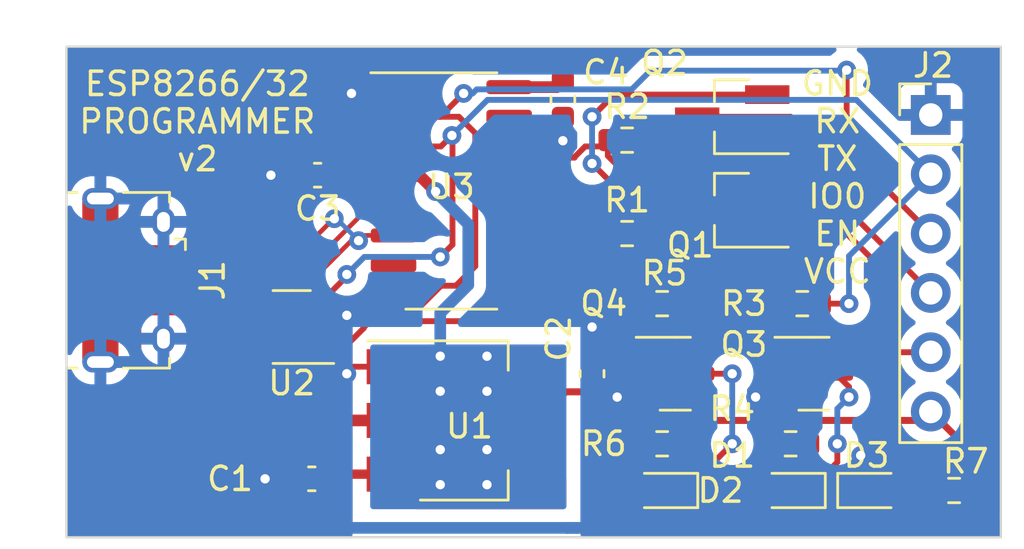
<source format=kicad_pcb>
(kicad_pcb (version 20240108) (generator "pcbnew") (generator_version "8.0")
  (layers (0 "F.Cu" signal) (31 "B.Cu" signal) (34 "B.Paste" user) (35 "F.Paste" user) (36 "B.SilkS" user "B.Silkscreen") (37 "F.SilkS" user "F.Silkscreen") (38 "B.Mask" user) (39 "F.Mask" user) (44 "Edge.Cuts" user))
  (net 0 "")
  (net 1 "/RTS")
  (net 2 "Net-(D1-K)")
  (net 3 "/EN")
  (net 4 "/DTR")
  (net 5 "Net-(D1-A)")
  (net 6 "/IO0")
  (net 7 "Net-(D2-K)")
  (net 8 "GND")
  (net 9 "Net-(D2-A)")
  (net 10 "Net-(D3-A)")
  (net 12 "+3V3")
  (net 13 "VBUS")
  (net 14 "/PC_TXD")
  (net 15 "/PC_RXD")
  (net 16 "/D+")
  (net 17 "/D-")
  (net 18 "Net-(Q1-B)")
  (net 19 "Net-(Q2-B)")
  (net 20 "Net-(Q3-G)")
  (net 21 "Net-(Q4-G)")
  (footprint "Package_TO_SOT_SMD:SOT-23_Handsoldering" (layer "F.Cu") (at 108.5 47 180)
    (property "Reference" "Q1" (at 1.8 -1.5 0) (layer "F.SilkS"))
    (property "Value" "S8050")
    (fp_line (start 0.76 1.58) (end 0.76 0.65) (stroke (width 0.12)) (layer "F.SilkS"))
    (fp_line (start 0.76 1.58) (end -0.7 1.58) (stroke (width 0.12)) (layer "F.SilkS"))
    (fp_line (start 0.76 -1.58) (end 0.76 -0.65) (stroke (width 0.12)) (layer "F.SilkS"))
    (fp_line (start 0.76 -1.58) (end -2.4 -1.58) (stroke (width 0.12)) (layer "F.SilkS"))
    (pad "1" smd rect (at -1.5 -0.95 180) (size 1.9 0.8) (layers "F.Cu" "F.Paste" "F.Mask") (net 18 "Net-(Q1-B)"))
    (pad "2" smd rect (at -1.5 0.95 180) (size 1.9 0.8) (layers "F.Cu" "F.Paste" "F.Mask") (net 1 "/RTS"))
    (pad "3" smd rect (at 1.5 0 180) (size 1.9 0.8) (layers "F.Cu" "F.Paste" "F.Mask") (net 3 "/EN"))
  )
  (footprint "Package_TO_SOT_SMD:SOT-23-6" (layer "F.Cu") (at 89.64 52 180)
    (property "Reference" "U2" (at 0 -2.4 0) (layer "F.SilkS"))
    (property "Value" "SRV05-4")
    (fp_line (start 0 1.56) (end 0.8 1.56) (stroke (width 0.12)) (layer "F.SilkS"))
    (fp_line (start 0 1.56) (end -0.8 1.56) (stroke (width 0.12)) (layer "F.SilkS"))
    (fp_line (start 0 -1.56) (end 0.8 -1.56) (stroke (width 0.12)) (layer "F.SilkS"))
    (fp_line (start 0 -1.56) (end -1.8 -1.56) (stroke (width 0.12)) (layer "F.SilkS"))
    (pad "1" smd roundrect (at -1.1375 -0.95 180) (size 1.325 0.6) (layers "F.Cu" "F.Paste" "F.Mask") (net 14 "/PC_TXD"))
    (pad "2" smd roundrect (at -1.1375 0 180) (size 1.325 0.6) (layers "F.Cu" "F.Paste" "F.Mask") (net 8 "GND"))
    (pad "3" smd roundrect (at -1.1375 0.95 180) (size 1.325 0.6) (layers "F.Cu" "F.Paste" "F.Mask") (net 15 "/PC_RXD"))
    (pad "4" smd roundrect (at 1.1375 0.95 180) (size 1.325 0.6) (layers "F.Cu" "F.Paste" "F.Mask") (net 16 "/D+"))
    (pad "5" smd roundrect (at 1.1375 0 180) (size 1.325 0.6) (layers "F.Cu" "F.Paste" "F.Mask") (net 12 "+3V3"))
    (pad "6" smd roundrect (at 1.1375 -0.95 180) (size 1.325 0.6) (layers "F.Cu" "F.Paste" "F.Mask") (net 17 "/D-"))
  )
  (footprint "Package_TO_SOT_SMD:SOT-23_Handsoldering" (layer "F.Cu") (at 108.5 43 180)
    (property "Reference" "Q2" (at 2.9 2.3 0) (layer "F.SilkS"))
    (property "Value" "S8050")
    (fp_line (start 0.76 1.58) (end 0.76 0.65) (stroke (width 0.12)) (layer "F.SilkS"))
    (fp_line (start 0.76 1.58) (end -0.7 1.58) (stroke (width 0.12)) (layer "F.SilkS"))
    (fp_line (start 0.76 -1.58) (end 0.76 -0.65) (stroke (width 0.12)) (layer "F.SilkS"))
    (fp_line (start 0.76 -1.58) (end -2.4 -1.58) (stroke (width 0.12)) (layer "F.SilkS"))
    (pad "1" smd rect (at -1.5 -0.95 180) (size 1.9 0.8) (layers "F.Cu" "F.Paste" "F.Mask") (net 19 "Net-(Q2-B)"))
    (pad "2" smd rect (at -1.5 0.95 180) (size 1.9 0.8) (layers "F.Cu" "F.Paste" "F.Mask") (net 4 "/DTR"))
    (pad "3" smd rect (at 1.5 0 180) (size 1.9 0.8) (layers "F.Cu" "F.Paste" "F.Mask") (net 6 "/IO0"))
  )
  (footprint "Resistor_SMD:R_0603_1608Metric" (layer "F.Cu") (at 111 57)
    (property "Reference" "R4" (at -2.5 -1.5 0) (layer "F.SilkS"))
    (property "Value" "1k")
    (fp_line (start -0.237258 -0.5225) (end 0.237258 -0.5225) (stroke (width 0.12)) (layer "F.SilkS"))
    (fp_line (start -0.237258 0.5225) (end 0.237258 0.5225) (stroke (width 0.12)) (layer "F.SilkS"))
    (pad "1" smd roundrect (at -0.825 0) (size 0.8 0.95) (layers "F.Cu" "F.Paste" "F.Mask") (net 5 "Net-(D1-A)"))
    (pad "2" smd roundrect (at 0.825 0) (size 0.8 0.95) (layers "F.Cu" "F.Paste" "F.Mask") (net 12 "+3V3"))
  )
  (footprint "Package_TO_SOT_SMD:SOT-23" (layer "F.Cu") (at 106.0625 54)
    (property "Reference" "Q4" (at -3.0625 -3 0) (layer "F.SilkS"))
    (property "Value" "2N7002")
    (fp_line (start 0 -1.56) (end -1.675 -1.56) (stroke (width 0.12)) (layer "F.SilkS"))
    (fp_line (start 0 -1.56) (end 0.65 -1.56) (stroke (width 0.12)) (layer "F.SilkS"))
    (fp_line (start 0 1.56) (end -0.65 1.56) (stroke (width 0.12)) (layer "F.SilkS"))
    (fp_line (start 0 1.56) (end 0.65 1.56) (stroke (width 0.12)) (layer "F.SilkS"))
    (pad "1" smd roundrect (at -0.9375 -0.95) (size 1.475 0.6) (layers "F.Cu" "F.Paste" "F.Mask") (net 21 "Net-(Q4-G)"))
    (pad "2" smd roundrect (at -0.9375 0.95) (size 1.475 0.6) (layers "F.Cu" "F.Paste" "F.Mask") (net 8 "GND"))
    (pad "3" smd roundrect (at 0.9375 0) (size 1.475 0.6) (layers "F.Cu" "F.Paste" "F.Mask") (net 7 "Net-(D2-K)"))
  )
  (footprint "Resistor_SMD:R_0603_1608Metric" (layer "F.Cu") (at 104 48)
    (property "Reference" "R1" (at 0 -1.43 0) (layer "F.SilkS"))
    (property "Value" "10k")
    (fp_line (start -0.237258 -0.5225) (end 0.237258 -0.5225) (stroke (width 0.12)) (layer "F.SilkS"))
    (fp_line (start -0.237258 0.5225) (end 0.237258 0.5225) (stroke (width 0.12)) (layer "F.SilkS"))
    (pad "1" smd roundrect (at -0.825 0) (size 0.8 0.95) (layers "F.Cu" "F.Paste" "F.Mask") (net 4 "/DTR"))
    (pad "2" smd roundrect (at 0.825 0) (size 0.8 0.95) (layers "F.Cu" "F.Paste" "F.Mask") (net 18 "Net-(Q1-B)"))
  )
  (footprint "Resistor_SMD:R_0603_1608Metric" (layer "F.Cu") (at 111.5 51)
    (property "Reference" "R3" (at -2.5 0 0) (layer "F.SilkS"))
    (property "Value" "1k")
    (fp_line (start -0.237258 -0.5225) (end 0.237258 -0.5225) (stroke (width 0.12)) (layer "F.SilkS"))
    (fp_line (start -0.237258 0.5225) (end 0.237258 0.5225) (stroke (width 0.12)) (layer "F.SilkS"))
    (pad "1" smd roundrect (at -0.825 0) (size 0.8 0.95) (layers "F.Cu" "F.Paste" "F.Mask") (net 20 "Net-(Q3-G)"))
    (pad "2" smd roundrect (at 0.825 0) (size 0.8 0.95) (layers "F.Cu" "F.Paste" "F.Mask") (net 15 "/PC_RXD"))
  )
  (footprint "LED_SMD:LED_0603_1608Metric" (layer "F.Cu") (at 105.54 59 180)
    (property "Reference" "D2" (at -2.46 0 0) (layer "F.SilkS"))
    (property "Value" "TX")
    (fp_line (start 0.8 -0.735) (end -1.485 -0.735) (stroke (width 0.12)) (layer "F.SilkS"))
    (fp_line (start -1.485 0.735) (end 0.8 0.735) (stroke (width 0.12)) (layer "F.SilkS"))
    (fp_line (start -1.485 -0.735) (end -1.485 0.735) (stroke (width 0.12)) (layer "F.SilkS"))
    (pad "1" smd roundrect (at -0.7875 0 180) (size 0.875 0.95) (layers "F.Cu" "F.Paste" "F.Mask") (net 7 "Net-(D2-K)"))
    (pad "2" smd roundrect (at 0.7875 0 180) (size 0.875 0.95) (layers "F.Cu" "F.Paste" "F.Mask") (net 9 "Net-(D2-A)"))
  )
  (footprint "Package_SO:SOIC-16_3.9x9.9mm_P1.27mm" (layer "F.Cu") (at 96.475 46.175)
    (property "Reference" "U3" (at 0 -0.175 0) (layer "F.SilkS"))
    (property "Value" "CH340C")
    (fp_line (start 0 -5.06) (end -3.45 -5.06) (stroke (width 0.12)) (layer "F.SilkS"))
    (fp_line (start 0 -5.06) (end 1.95 -5.06) (stroke (width 0.12)) (layer "F.SilkS"))
    (fp_line (start 0 5.06) (end -1.95 5.06) (stroke (width 0.12)) (layer "F.SilkS"))
    (fp_line (start 0 5.06) (end 1.95 5.06) (stroke (width 0.12)) (layer "F.SilkS"))
    (pad "1" smd roundrect (at -2.475 -4.445) (size 1.95 0.6) (layers "F.Cu" "F.Paste" "F.Mask") (net 8 "GND"))
    (pad "2" smd roundrect (at -2.475 -3.175) (size 1.95 0.6) (layers "F.Cu" "F.Paste" "F.Mask") (net 14 "/PC_TXD"))
    (pad "3" smd roundrect (at -2.475 -1.905) (size 1.95 0.6) (layers "F.Cu" "F.Paste" "F.Mask") (net 15 "/PC_RXD"))
    (pad "4" smd roundrect (at -2.475 -0.635) (size 1.95 0.6) (layers "F.Cu" "F.Paste" "F.Mask") (net 12 "+3V3"))
    (pad "5" smd roundrect (at -2.475 0.635) (size 1.95 0.6) (layers "F.Cu" "F.Paste" "F.Mask") (net 16 "/D+"))
    (pad "6" smd roundrect (at -2.475 1.905) (size 1.95 0.6) (layers "F.Cu" "F.Paste" "F.Mask") (net 17 "/D-"))
    (pad "7" smd roundrect (at -2.475 3.175) (size 1.95 0.6) (layers "F.Cu" "F.Paste" "F.Mask"))
    (pad "8" smd roundrect (at -2.475 4.445) (size 1.95 0.6) (layers "F.Cu" "F.Paste" "F.Mask"))
    (pad "9" smd roundrect (at 2.475 4.445) (size 1.95 0.6) (layers "F.Cu" "F.Paste" "F.Mask"))
    (pad "10" smd roundrect (at 2.475 3.175) (size 1.95 0.6) (layers "F.Cu" "F.Paste" "F.Mask"))
    (pad "11" smd roundrect (at 2.475 1.905) (size 1.95 0.6) (layers "F.Cu" "F.Paste" "F.Mask"))
    (pad "12" smd roundrect (at 2.475 0.635) (size 1.95 0.6) (layers "F.Cu" "F.Paste" "F.Mask"))
    (pad "13" smd roundrect (at 2.475 -0.635) (size 1.95 0.6) (layers "F.Cu" "F.Paste" "F.Mask") (net 4 "/DTR"))
    (pad "14" smd roundrect (at 2.475 -1.905) (size 1.95 0.6) (layers "F.Cu" "F.Paste" "F.Mask") (net 1 "/RTS"))
    (pad "15" smd roundrect (at 2.475 -3.175) (size 1.95 0.6) (layers "F.Cu" "F.Paste" "F.Mask"))
    (pad "16" smd roundrect (at 2.475 -4.445) (size 1.95 0.6) (layers "F.Cu" "F.Paste" "F.Mask") (net 12 "+3V3"))
  )
  (footprint "Capacitor_SMD:C_0603_1608Metric" (layer "F.Cu") (at 90.75 45.5 180)
    (property "Reference" "C3" (at 0 -1.43 0) (layer "F.SilkS"))
    (property "Value" "1u")
    (fp_line (start -0.14058 0.51) (end 0.14058 0.51) (stroke (width 0.12)) (layer "F.SilkS"))
    (fp_line (start -0.14058 -0.51) (end 0.14058 -0.51) (stroke (width 0.12)) (layer "F.SilkS"))
    (pad "1" smd roundrect (at -0.775 0 180) (size 0.9 0.95) (layers "F.Cu" "F.Paste" "F.Mask") (net 12 "+3V3"))
    (pad "2" smd roundrect (at 0.775 0 180) (size 0.9 0.95) (layers "F.Cu" "F.Paste" "F.Mask") (net 8 "GND"))
  )
  (footprint "Connector_PinHeader_2.54mm:PinHeader_1x06_P2.54mm_Vertical" (layer "F.Cu") (at 117 42.92)
    (property "Reference" "J2" (at 0.1 -2.12 0) (layer "F.SilkS"))
    (property "Value" "PROG")
    (fp_line (start -1.33 -1.33) (end 0 -1.33) (stroke (width 0.12)) (layer "F.SilkS"))
    (fp_line (start -1.33 0) (end -1.33 -1.33) (stroke (width 0.12)) (layer "F.SilkS"))
    (fp_line (start -1.33 1.27) (end -1.33 14.03) (stroke (width 0.12)) (layer "F.SilkS"))
    (fp_line (start -1.33 1.27) (end 1.33 1.27) (stroke (width 0.12)) (layer "F.SilkS"))
    (fp_line (start -1.33 14.03) (end 1.33 14.03) (stroke (width 0.12)) (layer "F.SilkS"))
    (fp_line (start 1.33 1.27) (end 1.33 14.03) (stroke (width 0.12)) (layer "F.SilkS"))
    (pad "1" thru_hole rect (at 0 0) (size 1.7 1.7) (drill 1) (layers "*.Cu" "*.Mask") (net 8 "GND"))
    (pad "2" thru_hole oval (at 0 2.54) (size 1.7 1.7) (drill 1) (layers "*.Cu" "*.Mask") (net 15 "/PC_RXD"))
    (pad "3" thru_hole oval (at 0 5.08) (size 1.7 1.7) (drill 1) (layers "*.Cu" "*.Mask") (net 14 "/PC_TXD"))
    (pad "4" thru_hole oval (at 0 7.62) (size 1.7 1.7) (drill 1) (layers "*.Cu" "*.Mask") (net 6 "/IO0"))
    (pad "5" thru_hole oval (at 0 10.16) (size 1.7 1.7) (drill 1) (layers "*.Cu" "*.Mask") (net 3 "/EN"))
    (pad "6" thru_hole oval (at 0 12.7) (size 1.7 1.7) (drill 1) (layers "*.Cu" "*.Mask") (net 12 "+3V3"))
  )
  (footprint "Package_TO_SOT_SMD:SOT-223-3_TabPin2" (layer "F.Cu") (at 97 56)
    (property "Reference" "U1" (at 0.25 0.25 0) (layer "F.SilkS"))
    (property "Value" "AMS1117-3.3")
    (fp_line (start -4.1 -3.41) (end 1.91 -3.41) (stroke (width 0.12)) (layer "F.SilkS"))
    (fp_line (start -1.85 3.41) (end 1.91 3.41) (stroke (width 0.12)) (layer "F.SilkS"))
    (fp_line (start 1.91 -3.41) (end 1.91 -2.15) (stroke (width 0.12)) (layer "F.SilkS"))
    (fp_line (start 1.91 3.41) (end 1.91 2.15) (stroke (width 0.12)) (layer "F.SilkS"))
    (pad "1" smd rect (at -3.15 -2.3) (size 2 1.5) (layers "F.Cu" "F.Paste" "F.Mask") (net 8 "GND"))
    (pad "2" smd rect (at -3.15 0) (size 2 1.5) (layers "F.Cu" "F.Paste" "F.Mask") (net 12 "+3V3"))
    (pad "2" smd rect (at 3.15 0) (size 2 3.8) (layers "F.Cu" "F.Paste" "F.Mask") (net 12 "+3V3"))
    (pad "3" smd rect (at -3.15 2.3) (size 2 1.5) (layers "F.Cu" "F.Paste" "F.Mask") (net 13 "VBUS"))
  )
  (footprint "Capacitor_SMD:C_0603_1608Metric" (layer "F.Cu") (at 102.5 54 90)
    (property "Reference" "C2" (at 1.5 -1.43 90) (layer "F.SilkS"))
    (property "Value" "22u")
    (fp_line (start -0.14058 -0.51) (end 0.14058 -0.51) (stroke (width 0.12)) (layer "F.SilkS"))
    (fp_line (start -0.14058 0.51) (end 0.14058 0.51) (stroke (width 0.12)) (layer "F.SilkS"))
    (pad "1" smd roundrect (at -0.775 0 90) (size 0.9 0.95) (layers "F.Cu" "F.Paste" "F.Mask") (net 12 "+3V3"))
    (pad "2" smd roundrect (at 0.775 0 90) (size 0.9 0.95) (layers "F.Cu" "F.Paste" "F.Mask") (net 8 "GND"))
  )
  (footprint "Connector_USB:USB_Micro-B_Amphenol_10118194_Horizontal" (layer "F.Cu") (at 82.75 50 -90)
    (property "Reference" "J1" (at 0 -3.5 90) (layer "F.SilkS"))
    (property "Value" "USB_B_Micro")
    (fp_line (start -3.76 2.69) (end -3.76 2.29) (stroke (width 0.12)) (layer "F.SilkS"))
    (fp_line (start 3.76 2.29) (end 3.76 2.69) (stroke (width 0.12)) (layer "F.SilkS"))
    (fp_line (start -3.76 0.32) (end -3.76 -1.66) (stroke (width 0.12)) (layer "F.SilkS"))
    (fp_line (start 3.76 0.32) (end 3.76 -1.66) (stroke (width 0.12)) (layer "F.SilkS"))
    (fp_line (start -3.76 -1.66) (end -3.34 -1.66) (stroke (width 0.12)) (layer "F.SilkS"))
    (fp_line (start 3.76 -1.66) (end 3.34 -1.66) (stroke (width 0.12)) (layer "F.SilkS"))
    (fp_line (start -1.76 -1.89) (end -1.76 -2.34) (stroke (width 0.12)) (layer "F.SilkS"))
    (fp_line (start -1.31 -2.34) (end -1.76 -2.34) (stroke (width 0.12)) (layer "F.SilkS"))
    (pad "1" smd rect (at -1.3 -1.4 270) (size 0.4 1.35) (layers "F.Cu" "F.Paste" "F.Mask") (net 13 "VBUS"))
    (pad "2" smd rect (at -0.65 -1.4 270) (size 0.4 1.35) (layers "F.Cu" "F.Paste" "F.Mask") (net 17 "/D-"))
    (pad "3" smd rect (at 0 -1.4 270) (size 0.4 1.35) (layers "F.Cu" "F.Paste" "F.Mask") (net 16 "/D+"))
    (pad "4" smd rect (at 0.65 -1.4 270) (size 0.4 1.35) (layers "F.Cu" "F.Paste" "F.Mask"))
    (pad "5" smd rect (at 1.3 -1.4 270) (size 0.4 1.35) (layers "F.Cu" "F.Paste" "F.Mask") (net 8 "GND"))
    (pad "6" thru_hole oval (at -3.5 1.3 270) (size 0.89 1.55) (drill oval 0.5 1.15) (layers "*.Cu" "*.Mask") (net 8 "GND"))
    (pad "6" smd rect (at -2.9 1.3 270) (size 1.2 1.55) (layers "F.Cu" "F.Paste" "F.Mask") (net 8 "GND"))
    (pad "6" thru_hole oval (at -2.5 -1.4 270) (size 1.25 0.95) (drill oval 0.85 0.55) (layers "*.Cu" "*.Mask") (net 8 "GND"))
    (pad "6" smd rect (at -1 1.3 270) (size 1.5 1.55) (layers "F.Cu" "F.Paste" "F.Mask") (net 8 "GND"))
    (pad "6" smd rect (at 1 1.3 270) (size 1.5 1.55) (layers "F.Cu" "F.Paste" "F.Mask") (net 8 "GND"))
    (pad "6" thru_hole oval (at 2.5 -1.4 270) (size 1.25 0.95) (drill oval 0.85 0.55) (layers "*.Cu" "*.Mask") (net 8 "GND"))
    (pad "6" smd rect (at 2.9 1.3 270) (size 1.2 1.55) (layers "F.Cu" "F.Paste" "F.Mask") (net 8 "GND"))
    (pad "6" thru_hole oval (at 3.5 1.3 270) (size 0.89 1.55) (drill oval 0.5 1.15) (layers "*.Cu" "*.Mask") (net 8 "GND"))
  )
  (footprint "Resistor_SMD:R_0603_1608Metric" (layer "F.Cu") (at 105.5 57)
    (property "Reference" "R6" (at -2.5 0 0) (layer "F.SilkS"))
    (property "Value" "1k")
    (fp_line (start -0.237258 -0.5225) (end 0.237258 -0.5225) (stroke (width 0.12)) (layer "F.SilkS"))
    (fp_line (start -0.237258 0.5225) (end 0.237258 0.5225) (stroke (width 0.12)) (layer "F.SilkS"))
    (pad "1" smd roundrect (at -0.825 0) (size 0.8 0.95) (layers "F.Cu" "F.Paste" "F.Mask") (net 9 "Net-(D2-A)"))
    (pad "2" smd roundrect (at 0.825 0) (size 0.8 0.95) (layers "F.Cu" "F.Paste" "F.Mask") (net 12 "+3V3"))
  )
  (footprint "LED_SMD:LED_0603_1608Metric" (layer "F.Cu") (at 114.5 59)
    (property "Reference" "D3" (at -0.25 -1.5 0) (layer "F.SilkS"))
    (property "Value" "PWR")
    (fp_line (start -1.485 -0.735) (end -1.485 0.735) (stroke (width 0.12)) (layer "F.SilkS"))
    (fp_line (start -1.485 0.735) (end 0.8 0.735) (stroke (width 0.12)) (layer "F.SilkS"))
    (fp_line (start 0.8 -0.735) (end -1.485 -0.735) (stroke (width 0.12)) (layer "F.SilkS"))
    (pad "1" smd roundrect (at -0.7875 0) (size 0.875 0.95) (layers "F.Cu" "F.Paste" "F.Mask") (net 8 "GND"))
    (pad "2" smd roundrect (at 0.7875 0) (size 0.875 0.95) (layers "F.Cu" "F.Paste" "F.Mask") (net 10 "Net-(D3-A)"))
  )
  (footprint "Package_TO_SOT_SMD:SOT-23" (layer "F.Cu") (at 112 54)
    (property "Reference" "Q3" (at -3 -1.25 0) (layer "F.SilkS"))
    (property "Value" "2N7002")
    (fp_line (start 0 -1.56) (end -1.675 -1.56) (stroke (width 0.12)) (layer "F.SilkS"))
    (fp_line (start 0 -1.56) (end 0.65 -1.56) (stroke (width 0.12)) (layer "F.SilkS"))
    (fp_line (start 0 1.56) (end -0.65 1.56) (stroke (width 0.12)) (layer "F.SilkS"))
    (fp_line (start 0 1.56) (end 0.65 1.56) (stroke (width 0.12)) (layer "F.SilkS"))
    (pad "1" smd roundrect (at -0.9375 -0.95) (size 1.475 0.6) (layers "F.Cu" "F.Paste" "F.Mask") (net 20 "Net-(Q3-G)"))
    (pad "2" smd roundrect (at -0.9375 0.95) (size 1.475 0.6) (layers "F.Cu" "F.Paste" "F.Mask") (net 8 "GND"))
    (pad "3" smd roundrect (at 0.9375 0) (size 1.475 0.6) (layers "F.Cu" "F.Paste" "F.Mask") (net 2 "Net-(D1-K)"))
  )
  (footprint "Capacitor_SMD:C_0603_1608Metric" (layer "F.Cu") (at 90.5 58.5 180)
    (property "Reference" "C1" (at 3.5 0 0) (layer "F.SilkS"))
    (property "Value" "22u")
    (fp_line (start -0.14058 0.51) (end 0.14058 0.51) (stroke (width 0.12)) (layer "F.SilkS"))
    (fp_line (start -0.14058 -0.51) (end 0.14058 -0.51) (stroke (width 0.12)) (layer "F.SilkS"))
    (pad "1" smd roundrect (at -0.775 0 180) (size 0.9 0.95) (layers "F.Cu" "F.Paste" "F.Mask") (net 13 "VBUS"))
    (pad "2" smd roundrect (at 0.775 0 180) (size 0.9 0.95) (layers "F.Cu" "F.Paste" "F.Mask") (net 8 "GND"))
  )
  (footprint "Resistor_SMD:R_0603_1608Metric" (layer "F.Cu") (at 105.5 51 180)
    (property "Reference" "R5" (at -0.1 1.3 0) (layer "F.SilkS"))
    (property "Value" "1k")
    (fp_line (start -0.237258 0.5225) (end 0.237258 0.5225) (stroke (width 0.12)) (layer "F.SilkS"))
    (fp_line (start -0.237258 -0.5225) (end 0.237258 -0.5225) (stroke (width 0.12)) (layer "F.SilkS"))
    (pad "1" smd roundrect (at -0.825 0 180) (size 0.8 0.95) (layers "F.Cu" "F.Paste" "F.Mask") (net 21 "Net-(Q4-G)"))
    (pad "2" smd roundrect (at 0.825 0 180) (size 0.8 0.95) (layers "F.Cu" "F.Paste" "F.Mask") (net 14 "/PC_TXD"))
  )
  (footprint "LED_SMD:LED_0603_1608Metric" (layer "F.Cu") (at 111 59 180)
    (property "Reference" "D1" (at 2.5 1.5 0) (layer "F.SilkS"))
    (property "Value" "RX")
    (fp_line (start 0.8 -0.735) (end -1.485 -0.735) (stroke (width 0.12)) (layer "F.SilkS"))
    (fp_line (start -1.485 0.735) (end 0.8 0.735) (stroke (width 0.12)) (layer "F.SilkS"))
    (fp_line (start -1.485 -0.735) (end -1.485 0.735) (stroke (width 0.12)) (layer "F.SilkS"))
    (pad "1" smd roundrect (at -0.7875 0 180) (size 0.875 0.95) (layers "F.Cu" "F.Paste" "F.Mask") (net 2 "Net-(D1-K)"))
    (pad "2" smd roundrect (at 0.7875 0 180) (size 0.875 0.95) (layers "F.Cu" "F.Paste" "F.Mask") (net 5 "Net-(D1-A)"))
  )
  (footprint "Resistor_SMD:R_0603_1608Metric" (layer "F.Cu") (at 118 59)
    (property "Reference" "R7" (at 0.5 -1.25 0) (layer "F.SilkS"))
    (property "Value" "1k")
    (fp_line (start -0.237258 -0.5225) (end 0.237258 -0.5225) (stroke (width 0.12)) (layer "F.SilkS"))
    (fp_line (start -0.237258 0.5225) (end 0.237258 0.5225) (stroke (width 0.12)) (layer "F.SilkS"))
    (pad "1" smd roundrect (at -0.825 0) (size 0.8 0.95) (layers "F.Cu" "F.Paste" "F.Mask") (net 10 "Net-(D3-A)"))
    (pad "2" smd roundrect (at 0.825 0) (size 0.8 0.95) (layers "F.Cu" "F.Paste" "F.Mask") (net 12 "+3V3"))
  )
  (footprint "Capacitor_SMD:C_0603_1608Metric" (layer "F.Cu") (at 101.25 42.25 -90)
    (property "Reference" "C4" (at -1.15 -1.85 180) (layer "F.SilkS"))
    (property "Value" "1u")
    (fp_line (start -0.14058 0.51) (end 0.14058 0.51) (stroke (width 0.12)) (layer "F.SilkS"))
    (fp_line (start -0.14058 -0.51) (end 0.14058 -0.51) (stroke (width 0.12)) (layer "F.SilkS"))
    (pad "1" smd roundrect (at -0.775 0 270) (size 0.9 0.95) (layers "F.Cu" "F.Paste" "F.Mask") (net 12 "+3V3"))
    (pad "2" smd roundrect (at 0.775 0 270) (size 0.9 0.95) (layers "F.Cu" "F.Paste" "F.Mask") (net 8 "GND"))
  )
  (footprint "Resistor_SMD:R_0603_1608Metric" (layer "F.Cu") (at 104 44)
    (property "Reference" "R2" (at 0 -1.43 0) (layer "F.SilkS"))
    (property "Value" "10k")
    (fp_line (start -0.237258 -0.5225) (end 0.237258 -0.5225) (stroke (width 0.12)) (layer "F.SilkS"))
    (fp_line (start -0.237258 0.5225) (end 0.237258 0.5225) (stroke (width 0.12)) (layer "F.SilkS"))
    (pad "1" smd roundrect (at -0.825 0) (size 0.8 0.95) (layers "F.Cu" "F.Paste" "F.Mask") (net 1 "/RTS"))
    (pad "2" smd roundrect (at 0.825 0) (size 0.8 0.95) (layers "F.Cu" "F.Paste" "F.Mask") (net 19 "Net-(Q2-B)"))
  )
  (gr_line (start 80 40) (end 120 40) (stroke (width 0.1)) (layer "Edge.Cuts"))
  (gr_line (start 120 61) (end 120 60) (stroke (width 0.1)) (layer "Edge.Cuts"))
  (gr_line (start 80 60) (end 80 40) (stroke (width 0.1)) (layer "Edge.Cuts"))
  (gr_line (start 80 61) (end 120 61) (stroke (width 0.1)) (layer "Edge.Cuts"))
  (gr_line (start 120 40) (end 120 60) (stroke (width 0.1)) (layer "Edge.Cuts"))
  (gr_line (start 80 60) (end 80 61) (stroke (width 0.1)) (layer "Edge.Cuts"))
  (gr_text "ESP8266/32\nPROGRAMMER\nv2" (at 85.6 43.2 0) (layer "F.SilkS") (effects (font (size 1 1))))
  (gr_text "GND\nRX\nTX\nIO0\nEN\nVCC" (at 113 45.6 0) (layer "F.SilkS") (effects (font (size 1 1))))
  (segment (start 100.75 44.75) (end 101.75 44.75) (width 0.25) (layer "F.Cu") (net 1))
  (segment (start 103.175 44.675) (end 103.175 44) (width 0.25) (layer "F.Cu") (net 1))
  (segment (start 98.95 44.27) (end 100.27 44.27) (width 0.25) (layer "F.Cu") (net 1))
  (segment (start 102.205386 44.27) (end 102.905 44.27) (width 0.25) (layer "F.Cu") (net 1))
  (segment (start 100.27 44.27) (end 100.75 44.75) (width 0.25) (layer "F.Cu") (net 1))
  (segment (start 102.905 44.27) (end 103.175 44) (width 0.25) (layer "F.Cu") (net 1))
  (segment (start 104.55 46.05) (end 103.175 44.675) (width 0.25) (layer "F.Cu") (net 1))
  (segment (start 104.55 46.05) (end 110 46.05) (width 0.25) (layer "F.Cu") (net 1))
  (segment (start 101.75 44.75) (end 101.75 44.725386) (width 0.25) (layer "F.Cu") (net 1))
  (segment (start 101.75 44.725386) (end 102.205386 44.27) (width 0.25) (layer "F.Cu") (net 1))
  (segment (start 113.5 54.5625) (end 112.9375 54) (width 0.25) (layer "F.Cu") (net 2))
  (segment (start 113.5 55) (end 113.5 54.5625) (width 0.25) (layer "F.Cu") (net 2))
  (segment (start 111.7875 59) (end 113 57.7875) (width 0.25) (layer "F.Cu") (net 2))
  (segment (start 113 57.7875) (end 113 57) (width 0.25) (layer "F.Cu") (net 2))
  (via (at 113 57) (size 0.8) (drill 0.4) (layers "F.Cu" "B.Cu") (net 2))
  (via (at 113.5 55) (size 0.8) (drill 0.4) (layers "F.Cu" "B.Cu") (net 2))
  (segment (start 113 57) (end 113 55.5) (width 0.25) (layer "B.Cu") (net 2))
  (segment (start 113 55.5) (end 113.5 55) (width 0.25) (layer "B.Cu") (net 2))
  (segment (start 114.7 52.4) (end 115.38 53.08) (width 0.25) (layer "F.Cu") (net 3))
  (segment (start 107 47) (end 112.4 47) (width 0.25) (layer "F.Cu") (net 3))
  (segment (start 115.38 53.08) (end 117 53.08) (width 0.25) (layer "F.Cu") (net 3))
  (segment (start 114.7 49.3) (end 114.7 52.4) (width 0.25) (layer "F.Cu") (net 3))
  (segment (start 112.4 47) (end 114.7 49.3) (width 0.25) (layer "F.Cu") (net 3))
  (segment (start 103.175 48) (end 103.175 45.675) (width 0.25) (layer "F.Cu") (net 4))
  (segment (start 102.5 43) (end 103.45 42.05) (width 0.25) (layer "F.Cu") (net 4))
  (segment (start 103.45 42.05) (end 110 42.05) (width 0.25) (layer "F.Cu") (net 4))
  (segment (start 100.715 45.54) (end 103.175 48) (width 0.25) (layer "F.Cu") (net 4))
  (segment (start 103.175 45.675) (end 102.5 45) (width 0.25) (layer "F.Cu") (net 4))
  (segment (start 98.95 45.54) (end 100.715 45.54) (width 0.25) (layer "F.Cu") (net 4))
  (via (at 102.5 43) (size 0.8) (drill 0.4) (layers "F.Cu" "B.Cu") (net 4))
  (via (at 102.5 45) (size 0.8) (drill 0.4) (layers "F.Cu" "B.Cu") (net 4))
  (segment (start 102.5 45) (end 102.5 43) (width 0.25) (layer "B.Cu") (net 4))
  (segment (start 110.2125 59) (end 110.2125 57.0375) (width 0.25) (layer "F.Cu") (net 5))
  (segment (start 110.2125 57.0375) (end 110.175 57) (width 0.25) (layer "F.Cu") (net 5))
  (segment (start 111 43) (end 113.9 45.9) (width 0.25) (layer "F.Cu") (net 6))
  (segment (start 113.9 45.9) (end 113.9 47.44) (width 0.25) (layer "F.Cu") (net 6))
  (segment (start 113.9 47.44) (end 117 50.54) (width 0.25) (layer "F.Cu") (net 6))
  (segment (start 107 43) (end 111 43) (width 0.25) (layer "F.Cu") (net 6))
  (segment (start 108.5 54) (end 107 54) (width 0.25) (layer "F.Cu") (net 7))
  (segment (start 106.3275 59) (end 106.5 59) (width 0.25) (layer "F.Cu") (net 7))
  (segment (start 106.5 59) (end 108.5 57) (width 0.25) (layer "F.Cu") (net 7))
  (via (at 108.5 54) (size 0.8) (drill 0.4) (layers "F.Cu" "B.Cu") (net 7))
  (via (at 108.5 57) (size 0.8) (drill 0.4) (layers "F.Cu" "B.Cu") (net 7))
  (segment (start 108.5 57) (end 108.5 54) (width 0.25) (layer "B.Cu") (net 7))
  (segment (start 92.3 53.7) (end 92 54) (width 0.25) (layer "F.Cu") (net 8))
  (segment (start 102.5 53.225) (end 102.5 52) (width 0.25) (layer "F.Cu") (net 8))
  (segment (start 109.55 54.95) (end 109.5 55) (width 0.25) (layer "F.Cu") (net 8))
  (segment (start 113.7125 57.7875) (end 114 57.5) (width 0.25) (layer "F.Cu") (net 8))
  (segment (start 91.5 52) (end 90.7775 52) (width 0.25) (layer "F.Cu") (net 8))
  (segment (start 92.47 41.73) (end 92.2 42) (width 0.25) (layer "F.Cu") (net 8))
  (segment (start 113.7125 59) (end 113.7125 57.7875) (width 0.25) (layer "F.Cu") (net 8))
  (segment (start 92 51.5) (end 91.5 52) (width 0.25) (layer "F.Cu") (net 8))
  (segment (start 94 41.73) (end 92.47 41.73) (width 0.25) (layer "F.Cu") (net 8))
  (segment (start 89.725 58.5) (end 88.5 58.5) (width 0.25) (layer "F.Cu") (net 8))
  (segment (start 84.15 51.3) (end 84.15 52.5) (width 0.25) (layer "F.Cu") (net 8))
  (segment (start 93.85 53.7) (end 92.3 53.7) (width 0.25) (layer "F.Cu") (net 8))
  (segment (start 89.975 45.5) (end 88.75 45.5) (width 0.25) (layer "F.Cu") (net 8))
  (segment (start 111.0625 54.95) (end 109.55 54.95) (width 0.25) (layer "F.Cu") (net 8))
  (segment (start 81.45 52.9) (end 81.45 51) (width 0.25) (layer "F.Cu") (net 8))
  (segment (start 103.6245 54.95) (end 103.5745 55) (width 0.25) (layer "F.Cu") (net 8))
  (segment (start 101.25 43.025) (end 101.25 44.0255) (width 0.5) (layer "F.Cu") (net 8))
  (segment (start 81.45 49) (end 81.45 47.1) (width 0.25) (layer "F.Cu") (net 8))
  (segment (start 105.125 54.95) (end 103.6245 54.95) (width 0.25) (layer "F.Cu") (net 8))
  (via (at 88.5 58.5) (size 0.8) (drill 0.4) (layers "F.Cu" "B.Cu") (net 8))
  (via (at 92 54) (size 0.8) (drill 0.4) (layers "F.Cu" "B.Cu") (net 8))
  (via (at 92.2 42) (size 0.8) (drill 0.4) (layers "F.Cu" "B.Cu") (net 8))
  (via (at 114 57.5) (size 0.8) (drill 0.4) (layers "F.Cu" "B.Cu") (net 8))
  (via (at 92 51.5) (size 0.8) (drill 0.4) (layers "F.Cu" "B.Cu") (net 8))
  (via (at 101.25 44.0255) (size 0.8) (drill 0.4) (layers "F.Cu" "B.Cu") (net 8))
  (via (at 102.5 52) (size 0.8) (drill 0.4) (layers "F.Cu" "B.Cu") (net 8))
  (via (at 103.5745 55) (size 0.8) (drill 0.4) (layers "F.Cu" "B.Cu") (net 8))
  (via (at 88.75 45.5) (size 0.8) (drill 0.4) (layers "F.Cu" "B.Cu") (net 8))
  (via (at 109.5 55) (size 0.8) (drill 0.4) (layers "F.Cu" "B.Cu") (net 8))
  (segment (start 101.4 60.6) (end 101.9 60.6) (width 0.5) (layer "B.Cu") (net 8))
  (segment (start 101.4 60.6) (end 91.9 60.6) (width 0.5) (layer "B.Cu") (net 8))
  (segment (start 103.1 60.6) (end 103.5 60.2) (width 0.5) (layer "B.Cu") (net 8))
  (segment (start 101.4 60.6) (end 103.1 60.6) (width 0.5) (layer "B.Cu") (net 8))
  (segment (start 91.9 60.6) (end 91.3 60) (width 0.5) (layer "B.Cu") (net 8))
  (segment (start 103.5 60.2) (end 103.6 60.1) (width 0.5) (layer "B.Cu") (net 8))
  (segment (start 104.7525 59) (end 104.7525 57.0775) (width 0.25) (layer "F.Cu") (net 9))
  (segment (start 104.7525 57.0775) (end 104.675 57) (width 0.25) (layer "F.Cu") (net 9))
  (segment (start 117.175 59) (end 115.2875 59) (width 0.25) (layer "F.Cu") (net 10))
  (segment (start 93.85 56) (end 87.4 56) (width 0.5) (layer "F.Cu") (net 12))
  (segment (start 106.325 56.175) (end 106.5 56) (width 0.3) (layer "F.Cu") (net 12))
  (segment (start 100.995 41.73) (end 101.25 41.475) (width 0.5) (layer "F.Cu") (net 12))
  (segment (start 88.5025 52) (end 87 52) (width 0.5) (layer "F.Cu") (net 12))
  (segment (start 91.525 45.5) (end 93.96 45.5) (width 0.5) (layer "F.Cu") (net 12))
  (segment (start 106.5 56) (end 110 56) (width 0.3) (layer "F.Cu") (net 12))
  (segment (start 118.825 59) (end 118.825 57.445) (width 0.3) (layer "F.Cu") (net 12))
  (segment (start 86.6 55.2) (end 86.6 52.4) (width 0.5) (layer "F.Cu") (net 12))
  (segment (start 102.5 54.775) (end 101.375 54.775) (width 0.3) (layer "F.Cu") (net 12))
  (segment (start 106.325 57) (end 106.325 56.175) (width 0.3) (layer "F.Cu") (net 12))
  (segment (start 87 52) (end 86.6 52.4) (width 0.5) (layer "F.Cu") (net 12))
  (segment (start 111.5 56) (end 116.62 56) (width 0.3) (layer "F.Cu") (net 12))
  (segment (start 101.25 41.15) (end 100.8 40.7) (width 0.5) (layer "F.Cu") (net 12))
  (segment (start 90.3 41.2) (end 90.8 40.7) (width 0.5) (layer "F.Cu") (net 12))
  (segment (start 98.95 41.73) (end 100.995 41.73) (width 0.5) (layer "F.Cu") (net 12))
  (segment (start 93.96 45.5) (end 94 45.54) (width 0.5) (layer "F.Cu") (net 12))
  (segment (start 90.8 40.7) (end 100.8 40.7) (width 0.5) (layer "F.Cu") (net 12))
  (segment (start 91.525 45.5) (end 91.525 43.725) (width 0.5) (layer "F.Cu") (net 12))
  (segment (start 90.3 42.5) (end 90.3 41.2) (width 0.5) (layer "F.Cu") (net 12))
  (segment (start 111.825 56.325) (end 111.5 56) (width 0.3) (layer "F.Cu") (net 12))
  (segment (start 91.525 43.725) (end 90.3 42.5) (width 0.5) (layer "F.Cu") (net 12))
  (segment (start 118.825 57.445) (end 117 55.62) (width 0.3) (layer "F.Cu") (net 12))
  (segment (start 87.4 56) (end 86.6 55.2) (width 0.5) (layer "F.Cu") (net 12))
  (segment (start 103 56) (end 106.5 56) (width 0.3) (layer "F.Cu") (net 12))
  (segment (start 102.5 55.5) (end 103 56) (width 0.3) (layer "F.Cu") (net 12))
  (segment (start 116.62 56) (end 117 55.62) (width 0.3) (layer "F.Cu") (net 12))
  (segment (start 110 56) (end 111.5 56) (width 0.3) (layer "F.Cu") (net 12))
  (segment (start 102.5 54.775) (end 102.5 55.5) (width 0.3) (layer "F.Cu") (net 12))
  (segment (start 93.85 56) (end 100.15 56) (width 0.5) (layer "F.Cu") (net 12))
  (segment (start 95.8 46.2) (end 95.14 45.54) (width 0.5) (layer "F.Cu") (net 12))
  (segment (start 101.25 41.475) (end 101.25 41.15) (width 0.5) (layer "F.Cu") (net 12))
  (segment (start 101.375 54.775) (end 100.15 56) (width 0.3) (layer "F.Cu") (net 12))
  (segment (start 95.14 45.54) (end 94 45.54) (width 0.5) (layer "F.Cu") (net 12))
  (segment (start 111.825 57) (end 111.825 56.325) (width 0.3) (layer "F.Cu") (net 12))
  (via (at 96 57.25) (size 0.8) (drill 0.4) (layers "F.Cu" "B.Cu") (net 12))
  (via (at 98 53.25) (size 0.8) (drill 0.4) (layers "F.Cu" "B.Cu") (net 12))
  (via (at 98 57.25) (size 0.8) (drill 0.4) (layers "F.Cu" "B.Cu") (net 12))
  (via (at 95.8 46.2) (size 0.8) (drill 0.4) (layers "F.Cu" "B.Cu") (net 12))
  (via (at 98 54.75) (size 0.8) (drill 0.4) (layers "F.Cu" "B.Cu") (net 12))
  (via (at 96 53.25) (size 0.8) (drill 0.4) (layers "F.Cu" "B.Cu") (net 12))
  (via (at 96 54.75) (size 0.8) (drill 0.4) (layers "F.Cu" "B.Cu") (net 12))
  (via (at 98 58.75) (size 0.8) (drill 0.4) (layers "F.Cu" "B.Cu") (net 12))
  (via (at 96 58.75) (size 0.8) (drill 0.4) (layers "F.Cu" "B.Cu") (net 12))
  (segment (start 97.2 50.2) (end 97.2 47.6) (width 0.5) (layer "B.Cu") (net 12))
  (segment (start 96 53.25) (end 96 51.4) (width 0.5) (layer "B.Cu") (net 12))
  (segment (start 97.2 47.6) (end 95.8 46.2) (width 0.5) (layer "B.Cu") (net 12))
  (segment (start 96 51.4) (end 97.2 50.2) (width 0.5) (layer "B.Cu") (net 12))
  (segment (start 90.5 57.5) (end 91.275 58.275) (width 0.4) (layer "F.Cu") (net 13))
  (segment (start 84.15 48.7) (end 83.3 48.7) (width 0.4) (layer "F.Cu") (net 13))
  (segment (start 83 49) (end 83 55.5) (width 0.4) (layer "F.Cu") (net 13))
  (segment (start 91.275 58.275) (end 91.275 58.5) (width 0.4) (layer "F.Cu") (net 13))
  (segment (start 83 55.5) (end 85 57.5) (width 0.4) (layer "F.Cu") (net 13))
  (segment (start 91.475 58.3) (end 93.85 58.3) (width 0.4) (layer "F.Cu") (net 13))
  (segment (start 83.3 48.7) (end 83 49) (width 0.4) (layer "F.Cu") (net 13))
  (segment (start 85 57.5) (end 90.5 57.5) (width 0.4) (layer "F.Cu") (net 13))
  (segment (start 113.4 44.4) (end 113.4 41) (width 0.25) (layer "F.Cu") (net 14))
  (segment (start 95.021552 51.728448) (end 95 51.75) (width 0.25) (layer "F.Cu") (net 14))
  (segment (start 96.033036 50.233036) (end 95.021552 51.24452) (width 0.25) (layer "F.Cu") (net 14))
  (segment (start 94 43) (end 96 43) (width 0.25) (layer "F.Cu") (net 14))
  (segment (start 95 51.75) (end 101.725386 51.75) (width 0.25) (layer "F.Cu") (net 14))
  (segment (start 96.8 43) (end 97.5 43.7) (width 0.25) (layer "F.Cu") (net 14))
  (segment (start 96 43) (end 97 42) (width 0.25) (layer "F.Cu") (net 14))
  (segment (start 96.666964 50.233036) (end 96.033036 50.233036) (width 0.25) (layer "F.Cu") (net 14))
  (segment (start 92.724511 52.019179) (end 92.99369 51.75) (width 0.25) (layer "F.Cu") (net 14))
  (segment (start 94 43) (end 96.8 43) (width 0.25) (layer "F.Cu") (net 14))
  (segment (start 92.724511 52.050103) (end 92.724511 52.019179) (width 0.25) (layer "F.Cu") (net 14))
  (segment (start 90.7775 52.95) (end 91.824614 52.95) (width 0.25) (layer "F.Cu") (net 14))
  (segment (start 92.99369 51.75) (end 94.25 51.75) (width 0.25) (layer "F.Cu") (net 14))
  (segment (start 97.5 43.7) (end 97.5 49.4) (width 0.25) (layer "F.Cu") (net 14))
  (segment (start 95.021552 51.24452) (end 95.021552 51.728448) (width 0.25) (layer "F.Cu") (net 14))
  (segment (start 91.824614 52.95) (end 92.724511 52.050103) (width 0.25) (layer "F.Cu") (net 14))
  (segment (start 97.5 49.4) (end 96.666964 50.233036) (width 0.25) (layer "F.Cu") (net 14))
  (segment (start 102.475386 51) (end 104.675 51) (width 0.25) (layer "F.Cu") (net 14))
  (segment (start 117 48) (end 113.4 44.4) (width 0.25) (layer "F.Cu") (net 14))
  (segment (start 94.25 51.75) (end 95 51.75) (width 0.25) (layer "F.Cu") (net 14))
  (segment (start 101.725386 51.75) (end 102.475386 51) (width 0.25) (layer "F.Cu") (net 14))
  (via (at 97 42) (size 0.8) (drill 0.4) (layers "F.Cu" "B.Cu") (net 14))
  (via (at 113.4 41) (size 0.8) (drill 0.4) (layers "F.Cu" "B.Cu") (net 14))
  (segment (start 113.375386 41.024614) (end 113.4 41) (width 0.25) (layer "B.Cu") (net 14))
  (segment (start 97 42) (end 97.388896 42) (width 0.25) (layer "B.Cu") (net 14))
  (segment (start 97.562928 41.825969) (end 104.198645 41.825969) (width 0.25) (layer "B.Cu") (net 14))
  (segment (start 104.198645 41.825969) (end 105 41.024614) (width 0.25) (layer "B.Cu") (net 14))
  (segment (start 97.388896 42) (end 97.562928 41.825969) (width 0.25) (layer "B.Cu") (net 14))
  (segment (start 105 41.024614) (end 113.375386 41.024614) (width 0.25) (layer "B.Cu") (net 14))
  (segment (start 96.03 44.27) (end 96.5 43.8) (width 0.25) (layer "F.Cu") (net 15))
  (segment (start 96.524501 43.824501) (end 96.5 43.8) (width 0.25) (layer "F.Cu") (net 15))
  (segment (start 96.524501 48.475499) (end 96.524501 43.824501) (width 0.25) (layer "F.Cu") (net 15))
  (segment (start 92 49.75) (end 92 49.8275) (width 0.25) (layer "F.Cu") (net 15))
  (segment (start 96 49) (end 96.524501 48.475499) (width 0.25) (layer "F.Cu") (net 15))
  (segment (start 94 44.27) (end 96.03 44.27) (width 0.25) (layer "F.Cu") (net 15))
  (segment (start 113.5 51) (end 112.325 51) (width 0.25) (layer "F.Cu") (net 15))
  (segment (start 92 49.8275) (end 90.7775 51.05) (width 0.25) (layer "F.Cu") (net 15))
  (via (at 113.5 51) (size 0.8) (drill 0.4) (layers "F.Cu" "B.Cu") (net 15))
  (via (at 96.5 43.8) (size 0.8) (drill 0.4) (layers "F.Cu" "B.Cu") (net 15))
  (via (at 92 49.75) (size 0.8) (drill 0.4) (layers "F.Cu" "B.Cu") (net 15))
  (via (at 96 49) (size 0.8) (drill 0.4) (layers "F.Cu" "B.Cu") (net 15))
  (segment (start 113.5 48.96) (end 113.5 51) (width 0.25) (layer "B.Cu") (net 15))
  (segment (start 92.75 49) (end 96 49) (width 0.25) (layer "B.Cu") (net 15))
  (segment (start 92 49.75) (end 92.75 49) (width 0.25) (layer "B.Cu") (net 15))
  (segment (start 117 45.46) (end 113.5 48.96) (width 0.25) (layer "B.Cu") (net 15))
  (segment (start 117 45.46) (end 113.815489 42.275489) (width 0.25) (layer "B.Cu") (net 15))
  (segment (start 113.815489 42.275489) (end 98.024511 42.275489) (width 0.25) (layer "B.Cu") (net 15))
  (segment (start 98.024511 42.275489) (end 96.5 43.8) (width 0.25) (layer "B.Cu") (net 15))
  (segment (start 88.6 49.9) (end 89.9182 49.9) (width 0.2) (layer "F.Cu") (net 16))
  (segment (start 89.9182 49.9) (end 93.0082 46.81) (width 0.2) (layer "F.Cu") (net 16))
  (segment (start 85.162501 50) (end 85.262501 49.9) (width 0.2) (layer "F.Cu") (net 16))
  (segment (start 88.5025 49.9975) (end 88.6 49.9) (width 0.2) (layer "F.Cu") (net 16))
  (segment (start 85.262501 49.9) (end 86.1 49.9) (width 0.2) (layer "F.Cu") (net 16))
  (segment (start 86.1 49.9) (end 88.6 49.9) (width 0.2) (layer "F.Cu") (net 16))
  (segment (start 84.15 50) (end 85.162501 50) (width 0.2) (layer "F.Cu") (net 16))
  (segment (start 93.0082 46.81) (end 94 46.81) (width 0.2) (layer "F.Cu") (net 16))
  (segment (start 88.5025 51.05) (end 88.5025 49.9975) (width 0.2) (layer "F.Cu") (net 16))
  (segment (start 89.35 49.45) (end 85.262501 49.45) (width 0.2) (layer "F.Cu") (net 17))
  (segment (start 88.5025 52.95) (end 88.850717 52.95) (width 0.2) (layer "F.Cu") (net 17))
  (segment (start 88.850717 52.95) (end 89.5 52.300717) (width 0.2) (layer "F.Cu") (net 17))
  (segment (start 89.5 51) (end 92.196278 48.303722) (width 0.2) (layer "F.Cu") (net 17))
  (segment (start 94 48.08) (end 92.303206 48.08) (width 0.2) (layer "F.Cu") (net 17))
  (segment (start 91.464478 47.364478) (end 91.435522 47.364478) (width 0.2) (layer "F.Cu") (net 17))
  (segment (start 89.5 52.300717) (end 89.5 51) (width 0.2) (layer "F.Cu") (net 17))
  (segment (start 85.262501 49.45) (end 85.162501 49.35) (width 0.2) (layer "F.Cu") (net 17))
  (segment (start 91.435522 47.364478) (end 89.35 49.45) (width 0.2) (layer "F.Cu") (net 17))
  (segment (start 85.162501 49.35) (end 84.15 49.35) (width 0.2) (layer "F.Cu") (net 17))
  (segment (start 92.196278 48.303722) (end 92.503722 48.303722) (width 0.2) (layer "F.Cu") (net 17))
  (via (at 92.503722 48.303722) (size 0.8) (drill 0.4) (layers "F.Cu" "B.Cu") (net 17))
  (via (at 91.464478 47.364478) (size 0.8) (drill 0.4) (layers "F.Cu" "B.Cu") (net 17))
  (segment (start 91.464478 47.364478) (end 91.564478 47.364478) (width 0.2) (layer "B.Cu") (net 17))
  (segment (start 91.564478 47.364478) (end 92.503722 48.303722) (width 0.2) (layer "B.Cu") (net 17))
  (segment (start 104.875 47.95) (end 104.825 48) (width 0.25) (layer "F.Cu") (net 18))
  (segment (start 110 47.95) (end 104.875 47.95) (width 0.25) (layer "F.Cu") (net 18))
  (segment (start 104.825 44) (end 104.875 43.95) (width 0.25) (layer "F.Cu") (net 19))
  (segment (start 104.875 43.95) (end 110 43.95) (width 0.25) (layer "F.Cu") (net 19))
  (segment (start 110.675 51) (end 110.675 52.6625) (width 0.25) (layer "F.Cu") (net 20))
  (segment (start 110.675 52.6625) (end 111.0625 53.05) (width 0.25) (layer "F.Cu") (net 20))
  (segment (start 105.125 53.05) (end 105.95 53.05) (width 0.5) (layer "F.Cu") (net 21))
  (segment (start 106.5 51.175) (end 106.325 51) (width 0.5) (layer "F.Cu") (net 21))
  (segment (start 105.95 53.05) (end 106.5 52.5) (width 0.5) (layer "F.Cu") (net 21))
  (segment (start 106.5 52.5) (end 106.5 51.175) (width 0.5) (layer "F.Cu") (net 21))
  (zone (net 12) (net_name "+3V3") (layer "F.Cu") (connect_pads (clearance 0.508)) (min_thickness 0.254) (fill yes (thermal_gap 0.508) (thermal_bridge_width 0.508))
    (polygon (pts (xy 101.4 59.8) (xy 93 59.8) (xy 93 52.75) (xy 101.4 52.75)))
  )
  (zone (net 8) (net_name "GND") (layer "B.Cu") (connect_pads (clearance 0.508)) (min_thickness 0.254) (fill yes (thermal_gap 0.508) (thermal_bridge_width 0.508))
    (polygon (pts (xy 121 61.5) (xy 102 61.25) (xy 102 52) (xy 92.25 52) (xy 92.25 61.5) (xy 78.5 61.5) (xy 78.5 38) (xy 121 38)))
  )
  (zone (net 12) (net_name "+3V3") (layer "B.Cu") (connect_pads (clearance 0.508)) (min_thickness 0.254) (fill yes (thermal_gap 0.508) (thermal_bridge_width 0.508))
    (polygon (pts (xy 101.4 59.8) (xy 93 59.8) (xy 93 52.75) (xy 101.4 52.75)))
  )
)
</source>
